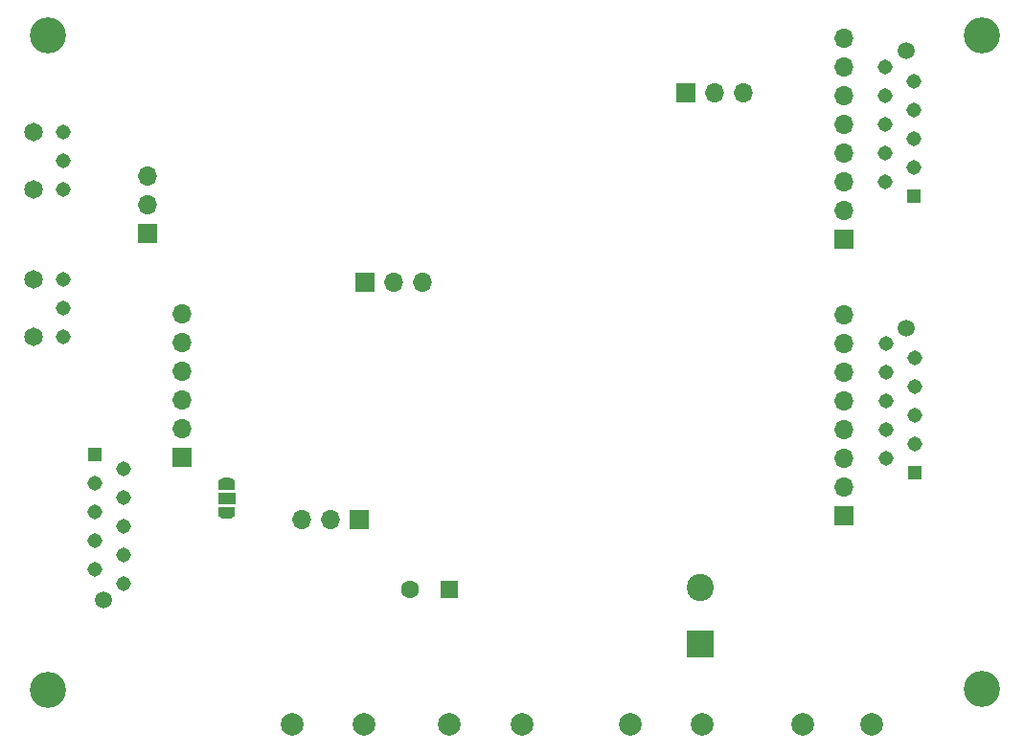
<source format=gbr>
G04 #@! TF.GenerationSoftware,KiCad,Pcbnew,(5.1.9-0-10_14)*
G04 #@! TF.CreationDate,2021-04-11T13:29:02+02:00*
G04 #@! TF.ProjectId,dac,6461632e-6b69-4636-9164-5f7063625858,rev?*
G04 #@! TF.SameCoordinates,Original*
G04 #@! TF.FileFunction,Soldermask,Bot*
G04 #@! TF.FilePolarity,Negative*
%FSLAX46Y46*%
G04 Gerber Fmt 4.6, Leading zero omitted, Abs format (unit mm)*
G04 Created by KiCad (PCBNEW (5.1.9-0-10_14)) date 2021-04-11 13:29:02*
%MOMM*%
%LPD*%
G01*
G04 APERTURE LIST*
%ADD10C,1.308000*%
%ADD11C,1.650000*%
%ADD12R,1.500000X1.000000*%
%ADD13C,0.100000*%
%ADD14O,1.700000X1.700000*%
%ADD15R,1.700000X1.700000*%
%ADD16C,2.000000*%
%ADD17R,1.308000X1.308000*%
%ADD18C,1.500000*%
%ADD19C,1.600000*%
%ADD20R,1.600000X1.600000*%
%ADD21C,3.200000*%
%ADD22C,2.400000*%
%ADD23R,2.400000X2.400000*%
G04 APERTURE END LIST*
D10*
X115025000Y-83185000D03*
X115025000Y-85725000D03*
X115025000Y-88265000D03*
D11*
X112395000Y-88265000D03*
X112395000Y-83185000D03*
D10*
X115025000Y-70104000D03*
X115025000Y-72644000D03*
X115025000Y-75184000D03*
D11*
X112395000Y-75184000D03*
X112395000Y-70104000D03*
D12*
X129438400Y-102514400D03*
D13*
G36*
X128689002Y-101214400D02*
G01*
X128689002Y-101189866D01*
X128693812Y-101141035D01*
X128703384Y-101092910D01*
X128717628Y-101045955D01*
X128736405Y-101000622D01*
X128759536Y-100957349D01*
X128786796Y-100916550D01*
X128817924Y-100878621D01*
X128852621Y-100843924D01*
X128890550Y-100812796D01*
X128931349Y-100785536D01*
X128974622Y-100762405D01*
X129019955Y-100743628D01*
X129066910Y-100729384D01*
X129115035Y-100719812D01*
X129163866Y-100715002D01*
X129188400Y-100715002D01*
X129188400Y-100714400D01*
X129688400Y-100714400D01*
X129688400Y-100715002D01*
X129712934Y-100715002D01*
X129761765Y-100719812D01*
X129809890Y-100729384D01*
X129856845Y-100743628D01*
X129902178Y-100762405D01*
X129945451Y-100785536D01*
X129986250Y-100812796D01*
X130024179Y-100843924D01*
X130058876Y-100878621D01*
X130090004Y-100916550D01*
X130117264Y-100957349D01*
X130140395Y-101000622D01*
X130159172Y-101045955D01*
X130173416Y-101092910D01*
X130182988Y-101141035D01*
X130187798Y-101189866D01*
X130187798Y-101214400D01*
X130188400Y-101214400D01*
X130188400Y-101764400D01*
X128688400Y-101764400D01*
X128688400Y-101214400D01*
X128689002Y-101214400D01*
G37*
G36*
X130188400Y-103264400D02*
G01*
X130188400Y-103814400D01*
X130187798Y-103814400D01*
X130187798Y-103838934D01*
X130182988Y-103887765D01*
X130173416Y-103935890D01*
X130159172Y-103982845D01*
X130140395Y-104028178D01*
X130117264Y-104071451D01*
X130090004Y-104112250D01*
X130058876Y-104150179D01*
X130024179Y-104184876D01*
X129986250Y-104216004D01*
X129945451Y-104243264D01*
X129902178Y-104266395D01*
X129856845Y-104285172D01*
X129809890Y-104299416D01*
X129761765Y-104308988D01*
X129712934Y-104313798D01*
X129688400Y-104313798D01*
X129688400Y-104314400D01*
X129188400Y-104314400D01*
X129188400Y-104313798D01*
X129163866Y-104313798D01*
X129115035Y-104308988D01*
X129066910Y-104299416D01*
X129019955Y-104285172D01*
X128974622Y-104266395D01*
X128931349Y-104243264D01*
X128890550Y-104216004D01*
X128852621Y-104184876D01*
X128817924Y-104150179D01*
X128786796Y-104112250D01*
X128759536Y-104071451D01*
X128736405Y-104028178D01*
X128717628Y-103982845D01*
X128703384Y-103935890D01*
X128693812Y-103887765D01*
X128689002Y-103838934D01*
X128689002Y-103814400D01*
X128688400Y-103814400D01*
X128688400Y-103264400D01*
X130188400Y-103264400D01*
G37*
D14*
X136080500Y-104394000D03*
X138620500Y-104394000D03*
D15*
X141160500Y-104394000D03*
D16*
X171450000Y-122555000D03*
X165100000Y-122555000D03*
D17*
X190246000Y-100266500D03*
D10*
X187706000Y-98996500D03*
X190246000Y-97726500D03*
X187706000Y-96456500D03*
X190246000Y-95186500D03*
X187706000Y-93916500D03*
X190246000Y-92646500D03*
X187706000Y-91376500D03*
X190246000Y-90106500D03*
X187706000Y-88836500D03*
D18*
X189506000Y-87436500D03*
D14*
X184023000Y-86296500D03*
X184023000Y-88836500D03*
X184023000Y-91376500D03*
X184023000Y-93916500D03*
X184023000Y-96456500D03*
X184023000Y-98996500D03*
X184023000Y-101536500D03*
D15*
X184023000Y-104076500D03*
D14*
X175107600Y-66649600D03*
X172567600Y-66649600D03*
D15*
X170027600Y-66649600D03*
D14*
X122491500Y-73977500D03*
X122491500Y-76517500D03*
D15*
X122491500Y-79057500D03*
D14*
X184023000Y-61785500D03*
X184023000Y-64325500D03*
X184023000Y-66865500D03*
X184023000Y-69405500D03*
X184023000Y-71945500D03*
X184023000Y-74485500D03*
X184023000Y-77025500D03*
D15*
X184023000Y-79565500D03*
D14*
X146748500Y-83375500D03*
X144208500Y-83375500D03*
D15*
X141668500Y-83375500D03*
D17*
X117792500Y-98679000D03*
D10*
X120332500Y-99949000D03*
X117792500Y-101219000D03*
X120332500Y-102489000D03*
X117792500Y-103759000D03*
X120332500Y-105029000D03*
X117792500Y-106299000D03*
X120332500Y-107569000D03*
X117792500Y-108839000D03*
X120332500Y-110109000D03*
D18*
X118532500Y-111509000D03*
D17*
X190224000Y-75755500D03*
D10*
X187684000Y-74485500D03*
X190224000Y-73215500D03*
X187684000Y-71945500D03*
X190224000Y-70675500D03*
X187684000Y-69405500D03*
X190224000Y-68135500D03*
X187684000Y-66865500D03*
X190224000Y-65595500D03*
X187684000Y-64325500D03*
D18*
X189484000Y-62925500D03*
D19*
X145661500Y-110553500D03*
D20*
X149161500Y-110553500D03*
D14*
X125476000Y-86156800D03*
X125476000Y-88696800D03*
X125476000Y-91236800D03*
X125476000Y-93776800D03*
X125476000Y-96316800D03*
D15*
X125476000Y-98856800D03*
D16*
X180340000Y-122555000D03*
X186436000Y-122555000D03*
X141605000Y-122555000D03*
X149098000Y-122555000D03*
X155575000Y-122555000D03*
X135255000Y-122555000D03*
D21*
X113665000Y-119507000D03*
X196215000Y-119380000D03*
X196215000Y-61595000D03*
X113665000Y-61595000D03*
D22*
X171323000Y-110379500D03*
D23*
X171323000Y-115379500D03*
M02*

</source>
